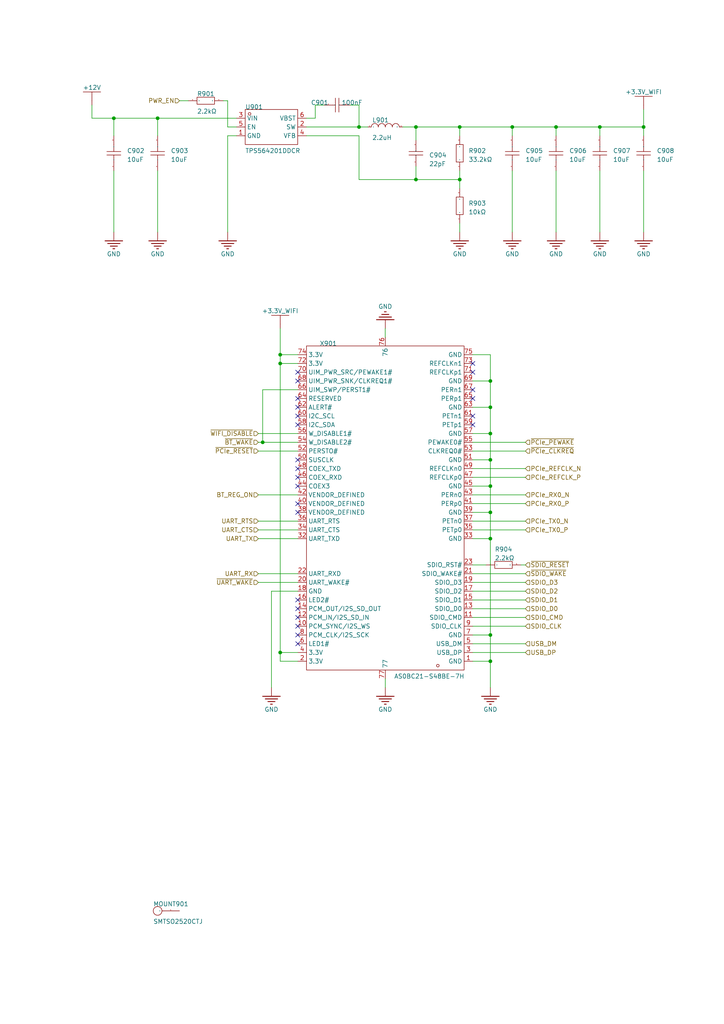
<source format=kicad_sch>
(kicad_sch (version 20250114) (generator "eeschema") (generator_version "9.0")
  (paper "A4" portrait)
  (lib_symbols
    (symbol "mainboard:0402B104K250NT"
      (property "Reference" "C" (at 0 0 0))
      (symbol "0402B104K250NT_1_0"
        (polyline (pts (xy -1.27 0) (xy -0.508 0)))
        (polyline (pts (xy -0.508 2.032) (xy -0.508 -2.032)))
        (polyline (pts (xy 0.508 2.032) (xy 0.508 -2.032)))
        (polyline (pts (xy 0.508 0) (xy 1.27 0)))
        (pin input line (at -3.81 0 0) (length 2.54) (name "1") (number "1"))
        (pin input line (at 3.81 0 180) (length 2.54) (name "2") (number "2"))
      )
    )
    (symbol "mainboard:0402CG220J500NT"
      (property "Reference" "C" (at 0 0 0))
      (symbol "0402CG220J500NT_1_0"
        (polyline (pts (xy -1.27 0) (xy -0.508 0)))
        (polyline (pts (xy -0.508 2.032) (xy -0.508 -2.032)))
        (polyline (pts (xy 0.508 2.032) (xy 0.508 -2.032)))
        (polyline (pts (xy 0.508 0) (xy 1.27 0)))
        (pin input line (at -3.81 0 0) (length 2.54) (name "1") (number "1"))
        (pin input line (at 3.81 0 180) (length 2.54) (name "2") (number "2"))
      )
    )
    (symbol "mainboard:0402WGF3322TCE"
      (property "Reference" "R" (at 0 0 0))
      (symbol "0402WGF3322TCE_1_0"
        (rectangle (start -2.54 -1.016) (end 2.54 1.016))
        (pin input line (at -5.08 0 0) (length 2.54) (name "1") (number "1"))
        (pin input line (at 5.08 0 180) (length 2.54) (name "2") (number "2"))
      )
    )
    (symbol "mainboard:AS0BC21-S48BE-7H"
      (symbol "AS0BC21-S48BE-7H_1_0"
        (rectangle (start -22.86 48.26) (end 22.86 -45.72))
        (circle (center 15.24 -44.45) (radius 0.381))
        (pin unspecified line (at -25.4 45.72 0) (length 2.54) (name "3.3V") (number "74"))
        (pin unspecified line (at -25.4 43.18 0) (length 2.54) (name "3.3V") (number "72"))
        (pin unspecified line (at -25.4 40.64 0) (length 2.54) (name "UIM_PWR_SRC/PEWAKE1#") (number "70"))
        (pin unspecified line (at -25.4 38.1 0) (length 2.54) (name "UIM_PWR_SNK/CLKREQ1#") (number "68"))
        (pin unspecified line (at -25.4 35.56 0) (length 2.54) (name "UIM_SWP/PERST1#") (number "66"))
        (pin unspecified line (at -25.4 33.02 0) (length 2.54) (name "RESERVED") (number "64"))
        (pin unspecified line (at -25.4 30.48 0) (length 2.54) (name "ALERT#") (number "62"))
        (pin unspecified line (at -25.4 27.94 0) (length 2.54) (name "I2C_SCL") (number "60"))
        (pin unspecified line (at -25.4 25.4 0) (length 2.54) (name "I2C_SDA") (number "58"))
        (pin unspecified line (at -25.4 22.86 0) (length 2.54) (name "W_DISABLE1#") (number "56"))
        (pin unspecified line (at -25.4 20.32 0) (length 2.54) (name "W_DISABLE2#") (number "54"))
        (pin unspecified line (at -25.4 17.78 0) (length 2.54) (name "PERSTO#") (number "52"))
        (pin unspecified line (at -25.4 15.2146 0) (length 2.54) (name "SUSCLK") (number "50"))
        (pin unspecified line (at -25.4 12.6746 0) (length 2.54) (name "COEX_TXD") (number "48"))
        (pin unspecified line (at -25.4 10.1346 0) (length 2.54) (name "COEX_RXD") (number "46"))
        (pin unspecified line (at -25.4 7.5946 0) (length 2.54) (name "COEX3") (number "44"))
        (pin unspecified line (at -25.4 5.0546 0) (length 2.54) (name "VENDOR_DEFINED") (number "42"))
        (pin unspecified line (at -25.4 2.5146 0) (length 2.54) (name "VENDOR_DEFINED") (number "40"))
        (pin unspecified line (at -25.4 0 0) (length 2.54) (name "VENDOR_DEFINED") (number "38"))
        (pin unspecified line (at -25.4 -2.54 0) (length 2.54) (name "UART_RTS") (number "36"))
        (pin unspecified line (at -25.4 -5.08 0) (length 2.54) (name "UART_CTS") (number "34"))
        (pin unspecified line (at -25.4 -7.62 0) (length 2.54) (name "UART_TXD") (number "32"))
        (pin unspecified line (at -25.4 -17.78 0) (length 2.54) (name "UART_RXD") (number "22"))
        (pin unspecified line (at -25.4 -20.32 0) (length 2.54) (name "UART_WAKE#") (number "20"))
        (pin unspecified line (at -25.4 -22.86 0) (length 2.54) (name "GND") (number "18"))
        (pin unspecified line (at -25.4 -25.4 0) (length 2.54) (name "LED2#") (number "16"))
        (pin unspecified line (at -25.4 -27.94 0) (length 2.54) (name "PCM_OUT/I2S_SD_OUT") (number "14"))
        (pin unspecified line (at -25.4 -30.48 0) (length 2.54) (name "PCM_IN/I2S_SD_IN") (number "12"))
        (pin unspecified line (at -25.4 -33.02 0) (length 2.54) (name "PCM_SYNC/I2S_WS") (number "10"))
        (pin unspecified line (at -25.4 -35.56 0) (length 2.54) (name "PCM_CLK/I2S_SCK") (number "8"))
        (pin unspecified line (at -25.3746 -38.1 0) (length 2.54) (name "LED1#") (number "6"))
        (pin unspecified line (at -25.3746 -40.64 0) (length 2.54) (name "3.3V") (number "4"))
        (pin unspecified line (at -25.3746 -43.18 0) (length 2.54) (name "3.3V") (number "2"))
        (pin unspecified line (at 0 50.8 270) (length 2.54) (name "76") (number "76"))
        (pin unspecified line (at 0 -48.26 90) (length 2.54) (name "77") (number "77"))
        (pin unspecified line (at 25.3746 45.72 180) (length 2.54) (name "GND") (number "75"))
        (pin unspecified line (at 25.3746 43.18 180) (length 2.54) (name "REFCLKn1") (number "73"))
        (pin unspecified line (at 25.3746 40.64 180) (length 2.54) (name "REFCLKp1") (number "71"))
        (pin unspecified line (at 25.3746 38.1 180) (length 2.54) (name "GND") (number "69"))
        (pin unspecified line (at 25.3746 35.56 180) (length 2.54) (name "PERn1") (number "67"))
        (pin unspecified line (at 25.3746 33.02 180) (length 2.54) (name "PERp1") (number "65"))
        (pin unspecified line (at 25.3746 30.48 180) (length 2.54) (name "GND") (number "63"))
        (pin unspecified line (at 25.3746 27.94 180) (length 2.54) (name "PETn1") (number "61"))
        (pin unspecified line (at 25.3746 25.4 180) (length 2.54) (name "PETp1") (number "59"))
        (pin unspecified line (at 25.3746 22.86 180) (length 2.54) (name "GND") (number "57"))
        (pin unspecified line (at 25.3746 20.32 180) (length 2.54) (name "PEWAKE0#") (number "55"))
        (pin unspecified line (at 25.3746 17.78 180) (length 2.54) (name "CLKREQ0#") (number "53"))
        (pin unspecified line (at 25.3746 15.24 180) (length 2.54) (name "GND") (number "51"))
        (pin unspecified line (at 25.3746 12.7 180) (length 2.54) (name "REFCLKn0") (number "49"))
        (pin unspecified line (at 25.3746 10.16 180) (length 2.54) (name "REFCLKp0") (number "47"))
        (pin unspecified line (at 25.3746 7.62 180) (length 2.54) (name "GND") (number "45"))
        (pin unspecified line (at 25.3746 5.08 180) (length 2.54) (name "PERn0") (number "43"))
        (pin unspecified line (at 25.3746 2.54 180) (length 2.54) (name "PERp0") (number "41"))
        (pin unspecified line (at 25.3746 0 180) (length 2.54) (name "GND") (number "39"))
        (pin unspecified line (at 25.3746 -2.5146 180) (length 2.54) (name "PETn0") (number "37"))
        (pin unspecified line (at 25.3746 -5.0546 180) (length 2.54) (name "PETp0") (number "35"))
        (pin unspecified line (at 25.3746 -7.5946 180) (length 2.54) (name "GND") (number "33"))
        (pin unspecified line (at 25.3746 -15.2146 180) (length 2.54) (name "SDIO_RST#") (number "23"))
        (pin unspecified line (at 25.3746 -17.78 180) (length 2.54) (name "SDIO_WAKE#") (number "21"))
        (pin unspecified line (at 25.3746 -20.32 180) (length 2.54) (name "SDIO_D3") (number "19"))
        (pin unspecified line (at 25.3746 -22.86 180) (length 2.54) (name "SDIO_D2") (number "17"))
        (pin unspecified line (at 25.3746 -25.4 180) (length 2.54) (name "SDIO_D1") (number "15"))
        (pin unspecified line (at 25.3746 -27.94 180) (length 2.54) (name "SDIO_D0") (number "13"))
        (pin unspecified line (at 25.3746 -30.48 180) (length 2.54) (name "SDIO_CMD") (number "11"))
        (pin unspecified line (at 25.3746 -33.02 180) (length 2.54) (name "SDIO_CLK") (number "9"))
        (pin unspecified line (at 25.3746 -35.56 180) (length 2.54) (name "GND") (number "7"))
        (pin unspecified line (at 25.4 -38.1 180) (length 2.54) (name "USB_DM") (number "5"))
        (pin unspecified line (at 25.4 -40.64 180) (length 2.54) (name "USB_DP") (number "3"))
        (pin unspecified line (at 25.4 -43.18 180) (length 2.54) (name "GND") (number "1"))
      )
    )
    (symbol "mainboard:CL10A106MA8NRNC"
      (property "Reference" "C" (at 0 0 0))
      (symbol "CL10A106MA8NRNC_1_0"
        (polyline (pts (xy -0.508 0) (xy -2.54 0)))
        (polyline (pts (xy -0.508 -2.032) (xy -0.508 2.032)))
        (polyline (pts (xy 0.508 2.032) (xy 0.508 -2.032)))
        (polyline (pts (xy 2.54 0) (xy 0.508 0)))
        (pin input line (at -5.08 0 0) (length 2.54) (name "1") (number "1"))
        (pin input line (at 5.08 0 180) (length 2.54) (name "2") (number "2"))
      )
    )
    (symbol "mainboard:FTC322512S2R2MBCD"
      (property "Reference" "L" (at 0 0 0))
      (symbol "FTC322512S2R2MBCD_1_0"
        (arc (start -4.064 0) (mid -3.0226 1.016) (end -2.032 0))
        (arc (start -2.032 0) (mid -0.9906 1.016) (end 0 0))
        (arc (start 0 0) (mid 1.016 1.016) (end 2.032 0))
        (arc (start 2.032 0) (mid 3.048 1.016) (end 4.064 0))
        (pin unspecified line (at -5.08 0 0) (length 1.016) (name "1") (number "1"))
        (pin unspecified line (at 5.08 0 180) (length 1.016) (name "2") (number "2"))
      )
    )
    (symbol "mainboard:Ground-GND" (power) (pin_numbers (hide yes)) (pin_names (hide yes))
      (property "Value" "GND" (at 0 -6.35 0))
      (symbol "Ground-GND_1_0"
        (polyline (pts (xy -2.54 -2.54) (xy 2.54 -2.54)) (stroke (width 0.254)))
        (polyline (pts (xy -1.778 -3.302) (xy 1.778 -3.302)) (stroke (width 0.254)))
        (polyline (pts (xy -1.016 -4.064) (xy 1.016 -4.064)) (stroke (width 0.254)))
        (polyline (pts (xy -0.254 -4.826) (xy 0.254 -4.826)) (stroke (width 0.254)))
        (pin power_in line (at 0 0 270) (length 2.54) (name "") (number "1"))
      )
    )
    (symbol "mainboard:Power-5V" (power) (pin_numbers (hide yes)) (pin_names (hide yes))
      (symbol "Power-5V_1_0"
        (polyline (pts (xy -2.54 3.81) (xy 2.54 3.81)))
        (polyline (pts (xy 0 3.81) (xy 0 1.27)))
        (pin power_in line (at 0 0 90) (length 1.27) (name "+3.3V_WIFI") (number "1"))
      )
    )
    (symbol "mainboard:RC0402FR-0710KL"
      (property "Reference" "R" (at 0 0 0))
      (symbol "RC0402FR-0710KL_1_0"
        (rectangle (start -2.54 -1.016) (end 2.54 1.016))
        (pin input line (at -5.08 0 0) (length 2.54) (name "1") (number "1"))
        (pin input line (at 5.08 0 180) (length 2.54) (name "2") (number "2"))
      )
    )
    (symbol "mainboard:RC0402FR-072K2L"
      (property "Reference" "R" (at 0 0 0))
      (symbol "RC0402FR-072K2L_1_0"
        (rectangle (start -2.54 -1.016) (end 2.54 1.016))
        (pin input line (at -5.08 0 0) (length 2.54) (name "1") (number "1"))
        (pin input line (at 5.08 0 180) (length 2.54) (name "2") (number "2"))
      )
    )
    (symbol "mainboard:SMTSO2520CTJ"
      (property "Reference" "U" (at 0 0 0))
      (symbol "SMTSO2520CTJ_1_0"
        (circle (center 0 0) (radius 1.27))
        (pin input line (at 6.35 0 180) (length 5.08) (name "1") (number "1"))
      )
    )
    (symbol "mainboard:TPS564201DDCR"
      (symbol "TPS564201DDCR_1_0"
        (rectangle (start -7.62 -5.08) (end 7.62 5.08))
        (circle (center -6.35 3.81) (radius 0.381))
        (pin unspecified line (at -10.16 2.54 0) (length 2.54) (name "VIN") (number "3"))
        (pin unspecified line (at -10.16 0 0) (length 2.54) (name "EN") (number "5"))
        (pin unspecified line (at -10.16 -2.54 0) (length 2.54) (name "GND") (number "1"))
        (pin unspecified line (at 10.16 2.54 180) (length 2.54) (name "VBST") (number "6"))
        (pin unspecified line (at 10.16 0 180) (length 2.54) (name "SW") (number "2"))
        (pin unspecified line (at 10.16 -2.54 180) (length 2.54) (name "VFB") (number "4"))
      )
    )
  )
  (junction (at 142.24 156.21))
  (junction (at 142.24 118.11))
  (junction (at 133.35 52.07))
  (junction (at 81.28 102.87))
  (junction (at 142.24 184.15))
  (junction (at 173.99 36.83))
  (junction (at 142.24 148.59))
  (junction (at 120.65 52.07))
  (junction (at 104.14 36.83))
  (junction (at 133.35 36.83))
  (junction (at 186.69 36.83))
  (junction (at 148.59 36.83))
  (junction (at 142.24 125.73))
  (junction (at 33.02 34.29))
  (junction (at 142.24 191.77))
  (junction (at 142.24 133.35))
  (junction (at 142.24 110.49))
  (junction (at 120.65 36.83))
  (junction (at 81.28 189.23))
  (junction (at 81.28 105.41))
  (junction (at 76.2 128.27))
  (junction (at 161.29 36.83))
  (junction (at 45.72 34.29))
  (junction (at 142.24 140.97))
  (no_connect (at 86.36 110.49))
  (no_connect (at 86.36 115.57))
  (no_connect (at 86.36 107.95))
  (no_connect (at 137.1346 120.65))
  (no_connect (at 86.36 176.53))
  (no_connect (at 86.36 140.9954))
  (no_connect (at 137.1346 115.57))
  (no_connect (at 86.36 146.0754))
  (no_connect (at 86.36 173.99))
  (no_connect (at 86.36 120.65))
  (no_connect (at 137.1346 113.03))
  (no_connect (at 86.36 138.4554))
  (no_connect (at 86.36 118.11))
  (no_connect (at 86.36 179.07))
  (no_connect (at 86.36 181.61))
  (no_connect (at 137.1346 107.95))
  (no_connect (at 86.36 148.59))
  (no_connect (at 86.36 135.9154))
  (no_connect (at 86.36 123.19))
  (no_connect (at 137.1346 105.41))
  (no_connect (at 86.36 184.15))
  (no_connect (at 86.3854 186.69))
  (no_connect (at 137.1346 123.19))
  (no_connect (at 86.36 133.3754))
  (wire (pts (xy 152.4 179.07) (xy 137.16 179.07)))
  (wire (pts (xy 148.59 36.83) (xy 133.35 36.83)))
  (wire (pts (xy 66.04 29.21) (xy 66.04 36.83)))
  (wire (pts (xy 152.4 173.99) (xy 137.16 173.99)))
  (wire (pts (xy 142.24 140.97) (xy 137.1346 140.97)))
  (wire (pts (xy 74.93 130.81) (xy 86.3346 130.81)))
  (wire (pts (xy 74.93 156.21) (xy 86.36 156.21)))
  (wire (pts (xy 111.76 196.85) (xy 111.76 199.39)))
  (wire (pts (xy 142.24 191.77) (xy 142.24 184.15)))
  (wire (pts (xy 152.4 176.53) (xy 137.16 176.53)))
  (wire (pts (xy 86.3346 128.27) (xy 76.2 128.27)))
  (wire (pts (xy 148.59 67.31) (xy 148.59 49.53)))
  (wire (pts (xy 81.28 189.23) (xy 81.28 191.77)))
  (wire (pts (xy 186.69 36.83) (xy 186.69 39.37)))
  (wire (pts (xy 142.24 125.73) (xy 142.24 118.11)))
  (wire (pts (xy 81.28 102.87) (xy 81.28 105.41)))
  (wire (pts (xy 74.93 151.13) (xy 86.36 151.13)))
  (wire (pts (xy 173.99 36.83) (xy 186.69 36.83)))
  (wire (pts (xy 86.3346 105.41) (xy 81.28 105.41)))
  (wire (pts (xy 74.93 153.67) (xy 86.36 153.67)))
  (wire (pts (xy 161.29 36.83) (xy 161.29 39.37)))
  (wire (pts (xy 74.93 125.73) (xy 86.36 125.73)))
  (wire (pts (xy 152.4 163.83) (xy 151.13 163.83)))
  (wire (pts (xy 76.2 128.27) (xy 76.2 113.03)))
  (wire (pts (xy 45.72 34.29) (xy 45.72 39.37)))
  (wire (pts (xy 74.93 168.91) (xy 86.36 168.91)))
  (wire (pts (xy 152.4 151.13) (xy 137.16 151.13)))
  (wire (pts (xy 148.59 36.83) (xy 148.59 39.37)))
  (wire (pts (xy 142.24 184.15) (xy 142.24 156.21)))
  (wire (pts (xy 133.35 36.83) (xy 133.35 39.37)))
  (wire (pts (xy 74.93 166.37) (xy 86.36 166.37)))
  (wire (pts (xy 33.02 34.29) (xy 26.67 34.29)))
  (wire (pts (xy 152.4 130.81) (xy 137.1346 130.81)))
  (wire (pts (xy 88.9 36.83) (xy 104.14 36.83)))
  (wire (pts (xy 152.4 171.45) (xy 137.16 171.45)))
  (wire (pts (xy 152.4 143.51) (xy 137.1346 143.51)))
  (wire (pts (xy 68.58 39.37) (xy 66.04 39.37)))
  (wire (pts (xy 120.65 52.07) (xy 104.14 52.07)))
  (wire (pts (xy 66.04 29.21) (xy 64.77 29.21)))
  (wire (pts (xy 152.4 166.37) (xy 137.16 166.37)))
  (wire (pts (xy 142.24 156.21) (xy 142.24 148.59)))
  (wire (pts (xy 74.93 143.51) (xy 86.3346 143.51)))
  (wire (pts (xy 91.44 34.29) (xy 88.9 34.29)))
  (wire (pts (xy 120.65 36.83) (xy 120.65 40.64)))
  (wire (pts (xy 152.4 186.69) (xy 137.16 186.69)))
  (wire (pts (xy 142.24 102.87) (xy 137.16 102.87)))
  (wire (pts (xy 33.02 34.29) (xy 33.02 39.37)))
  (wire (pts (xy 91.44 30.48) (xy 91.44 34.29)))
  (wire (pts (xy 142.24 148.59) (xy 142.24 140.97)))
  (wire (pts (xy 45.72 34.29) (xy 33.02 34.29)))
  (wire (pts (xy 133.35 52.07) (xy 133.35 49.53)))
  (wire (pts (xy 133.35 52.07) (xy 133.35 54.61)))
  (wire (pts (xy 45.72 67.31) (xy 45.72 49.53)))
  (wire (pts (xy 81.28 95.25) (xy 81.28 102.87)))
  (wire (pts (xy 161.29 67.31) (xy 161.29 49.53)))
  (wire (pts (xy 142.24 199.39) (xy 142.24 191.77)))
  (wire (pts (xy 161.29 36.83) (xy 148.59 36.83)))
  (wire (pts (xy 133.35 67.31) (xy 133.35 64.77)))
  (wire (pts (xy 152.4 135.89) (xy 137.1346 135.89)))
  (wire (pts (xy 142.24 140.97) (xy 142.24 133.35)))
  (wire (pts (xy 133.35 36.83) (xy 120.65 36.83)))
  (wire (pts (xy 86.3346 113.03) (xy 76.2 113.03)))
  (wire (pts (xy 33.02 67.31) (xy 33.02 49.53)))
  (wire (pts (xy 142.24 184.15) (xy 137.16 184.15)))
  (wire (pts (xy 142.24 133.35) (xy 137.1346 133.35)))
  (wire (pts (xy 152.4 189.23) (xy 137.16 189.23)))
  (wire (pts (xy 81.28 102.87) (xy 86.3346 102.87)))
  (wire (pts (xy 101.6 30.48) (xy 104.14 30.48)))
  (wire (pts (xy 86.36 189.23) (xy 81.28 189.23)))
  (wire (pts (xy 142.24 148.59) (xy 137.16 148.59)))
  (wire (pts (xy 142.24 118.11) (xy 137.1346 118.11)))
  (wire (pts (xy 81.28 105.41) (xy 81.28 189.23)))
  (wire (pts (xy 26.67 30.48) (xy 26.67 34.29)))
  (wire (pts (xy 52.07 29.21) (xy 54.61 29.21)))
  (wire (pts (xy 173.99 67.31) (xy 173.99 49.53)))
  (wire (pts (xy 142.24 133.35) (xy 142.24 125.73)))
  (wire (pts (xy 86.36 191.77) (xy 81.28 191.77)))
  (wire (pts (xy 74.93 128.27) (xy 76.2 128.27)))
  (wire (pts (xy 88.9 39.37) (xy 104.14 39.37)))
  (wire (pts (xy 120.65 52.07) (xy 133.35 52.07)))
  (wire (pts (xy 152.4 138.43) (xy 137.1346 138.43)))
  (wire (pts (xy 68.58 36.83) (xy 66.04 36.83)))
  (wire (pts (xy 186.69 67.31) (xy 186.69 49.53)))
  (wire (pts (xy 173.99 36.83) (xy 161.29 36.83)))
  (wire (pts (xy 104.14 36.83) (xy 106.68 36.83)))
  (wire (pts (xy 152.4 146.05) (xy 137.1346 146.05)))
  (wire (pts (xy 186.69 31.75) (xy 186.69 36.83)))
  (wire (pts (xy 137.16 163.83) (xy 140.97 163.83)))
  (wire (pts (xy 104.14 39.37) (xy 104.14 52.07)))
  (wire (pts (xy 142.24 156.21) (xy 137.16 156.21)))
  (wire (pts (xy 111.7346 95.25) (xy 111.7346 97.79)))
  (wire (pts (xy 45.72 34.29) (xy 68.58 34.29)))
  (wire (pts (xy 152.4 128.27) (xy 137.1346 128.27)))
  (wire (pts (xy 66.04 39.37) (xy 66.04 67.31)))
  (wire (pts (xy 104.14 30.48) (xy 104.14 36.83)))
  (wire (pts (xy 173.99 36.83) (xy 173.99 39.37)))
  (wire (pts (xy 120.65 36.83) (xy 116.84 36.83)))
  (wire (pts (xy 78.74 199.39) (xy 78.74 171.45)))
  (wire (pts (xy 78.74 171.45) (xy 86.36 171.45)))
  (wire (pts (xy 152.4 168.91) (xy 137.16 168.91)))
  (wire (pts (xy 152.4 181.61) (xy 137.16 181.61)))
  (wire (pts (xy 142.24 110.49) (xy 142.24 102.87)))
  (wire (pts (xy 152.4 153.67) (xy 137.16 153.67)))
  (wire (pts (xy 142.24 125.73) (xy 137.1346 125.73)))
  (wire (pts (xy 142.24 191.77) (xy 137.16 191.77)))
  (wire (pts (xy 142.24 110.49) (xy 137.1346 110.49)))
  (wire (pts (xy 142.24 118.11) (xy 142.24 110.49)))
  (wire (pts (xy 93.98 30.48) (xy 91.44 30.48)))
  (wire (pts (xy 120.65 52.07) (xy 120.65 48.26)))
  (hierarchical_label "SDIO_D2" (shape input) (at 152.4 171.45 0))
  (hierarchical_label "~{BT_WAKE}" (shape input) (at 74.93 128.27 180))
  (hierarchical_label "~{WIFI_DISABLE}" (shape input) (at 74.93 125.73 180))
  (hierarchical_label "~{UART_WAKE}" (shape input) (at 74.93 168.91 180))
  (hierarchical_label "PWR_EN" (shape input) (at 52.07 29.21 180))
  (hierarchical_label "SDIO_D1" (shape input) (at 152.4 173.99 0))
  (hierarchical_label "UART_RX" (shape input) (at 74.93 166.37 180))
  (hierarchical_label "PCIe_RX0_N" (shape input) (at 152.4 143.51 0))
  (hierarchical_label "SDIO_CMD" (shape input) (at 152.4 179.07 0))
  (hierarchical_label "~{PCIe_RESET}" (shape input) (at 74.93 130.81 180))
  (hierarchical_label "~{SDIO_WAKE}" (shape input) (at 152.4 166.37 0))
  (hierarchical_label "SDIO_D0" (shape input) (at 152.4 176.53 0))
  (hierarchical_label "PCIe_TX0_N" (shape input) (at 152.4 151.13 0))
  (hierarchical_label "PCIe_TX0_P" (shape input) (at 152.4 153.67 0))
  (hierarchical_label "BT_REG_ON" (shape input) (at 74.93 143.51 180))
  (hierarchical_label "~{PCIe_CLKREQ}" (shape input) (at 152.4 130.81 0))
  (hierarchical_label "SDIO_CLK" (shape input) (at 152.4 181.61 0))
  (hierarchical_label "USB_DP" (shape input) (at 152.4 189.23 0))
  (hierarchical_label "UART_CTS" (shape input) (at 74.93 153.67 180))
  (hierarchical_label "~{PCIe_PEWAKE}" (shape input) (at 152.4 128.27 0))
  (hierarchical_label "PCIe_REFCLK_P" (shape input) (at 152.4 138.43 0))
  (hierarchical_label "PCIe_RX0_P" (shape input) (at 152.4 146.05 0))
  (hierarchical_label "~{SDIO_RESET}" (shape input) (at 152.4 163.83 0))
  (hierarchical_label "USB_DM" (shape input) (at 152.4 186.69 0))
  (hierarchical_label "SDIO_D3" (shape input) (at 152.4 168.91 0))
  (hierarchical_label "UART_RTS" (shape input) (at 74.93 151.13 180))
  (hierarchical_label "UART_TX" (shape input) (at 74.93 156.21 180))
  (hierarchical_label "PCIe_REFCLK_N" (shape input) (at 152.4 135.89 0))
  (symbol (lib_id "mainboard:CL10A106MA8NRNC") (at 148.59 44.45 90) (unit 1)
    (property "Reference" "C905" (at 152.4 44.45 90) (effects (justify right top)))
    (property "Value" "10uF" (at 152.4 46.99 90) (effects (justify right top)))
    (property "Footprint" "mainboard:C0603" (effects (hide yes)))
    (property "Datasheet" "https://atta.szlcsc.com/upload/public/pdf/source/20160218/1457707763339.pdf" (effects (hide yes)))
    (property "Description" "Capacitance: Tolerance:±20% Tolerance:±20% Voltage Rated: Temperature Coefficient:" (effects (hide yes)))
    (property "Manufacturer Part" "CL10A106MA8NRNC" (effects (hide yes)))
    (property "Manufacturer" "SAMSUNG(三星)" (effects (hide yes)))
    (property "Supplier Part" "C96446" (effects (hide yes)))
    (property "Supplier" "LCSC" (effects (hide yes)))
    (property "LCSC Part Name" "10uF ±20% 25V" (effects (hide yes)))
  )
  (symbol (lib_id "mainboard:CL10A106MA8NRNC") (at 186.69 44.45 90) (unit 1)
    (property "Reference" "C908" (at 190.5 44.45 90) (effects (justify right top)))
    (property "Value" "10uF" (at 190.5 46.99 90) (effects (justify right top)))
    (property "Footprint" "mainboard:C0603" (effects (hide yes)))
    (property "Datasheet" "https://atta.szlcsc.com/upload/public/pdf/source/20160218/1457707763339.pdf" (effects (hide yes)))
    (property "Description" "Capacitance: Tolerance:±20% Tolerance:±20% Voltage Rated: Temperature Coefficient:" (effects (hide yes)))
    (property "Manufacturer Part" "CL10A106MA8NRNC" (effects (hide yes)))
    (property "Manufacturer" "SAMSUNG(三星)" (effects (hide yes)))
    (property "Supplier Part" "C96446" (effects (hide yes)))
    (property "Supplier" "LCSC" (effects (hide yes)))
    (property "LCSC Part Name" "10uF ±20% 25V" (effects (hide yes)))
  )
  (symbol (lib_id "mainboard:Ground-GND") (at 111.76 199.39 0) (unit 1)
    (property "Reference" "#PWR0914" (effects (hide yes)))
    (property "Value" "GND" (at 111.76 205.74 0))
    (property "Footprint" "mainboard:" (effects (hide yes)))
  )
  (symbol (lib_id "mainboard:TPS564201DDCR") (at 78.74 36.83 0) (unit 1)
    (property "Reference" "U901" (at 71.12 31.75 0) (effects (justify left bottom)))
    (property "Value" "TPS564201DDCR" (at 71.12 44.45 0) (effects (justify left bottom)))
    (property "Footprint" "mainboard:SOT-23-6_L2.9-W1.6-P0.95-LS2.8-BL" (effects (hide yes)))
    (property "Datasheet" "https://www.ti.com/cn/lit/gpn/tps564201" (effects (hide yes)))
    (property "Description" "Function:Step-down type Output Type:Adjustable Input Voltage:4.5V~17V Input Voltage:4.5V~17V Output Voltage:760mV~7V Output Voltage:760mV~7V Output Current:4A Switching Frequency:560kHz Switching Frequency:560kHz Operating Temperature:-40°C~+125°C Operating" (effects (hide yes)))
    (property "Manufacturer Part" "TPS564201DDCR" (effects (hide yes)))
    (property "Manufacturer" "TI(德州仪器)" (effects (hide yes)))
    (property "Supplier Part" "C464812" (effects (hide yes)))
    (property "Supplier" "LCSC" (effects (hide yes)))
    (property "LCSC Part Name" "4.5V至17V输入，4A同步降压电压调节器" (effects (hide yes)))
  )
  (symbol (lib_id "mainboard:RC0402FR-072K2L") (at 146.05 163.83 0) (unit 1)
    (property "Reference" "R904" (at 143.51 160.02 0) (effects (justify left bottom)))
    (property "Value" "2.2kΩ" (at 143.51 162.56 0) (effects (justify left bottom)))
    (property "Footprint" "mainboard:R0402" (effects (hide yes)))
    (property "Datasheet" "https://atta.szlcsc.com/upload/public/pdf/source/20180821/C275644_0D56F95EFF785E7D9A1FEF436B37DA78.pdf" (effects (hide yes)))
    (property "Description" "Type:Thick Film Resistors Resistance: Tolerance:±1% Tolerance:±1% Power(Watts): Overload Voltage (Max): Temperature Coefficient:±100ppm/°C Temperature Coefficient:±100ppm/°C Operating Temperature Range:-55°C~+155°C Operating Temperature Range:-55°C~+155°C" (effects (hide yes)))
    (property "Manufacturer Part" "RC0402FR-072K2L" (effects (hide yes)))
    (property "Manufacturer" "YAGEO(国巨)" (effects (hide yes)))
    (property "Supplier Part" "C114762" (effects (hide yes)))
    (property "Supplier" "LCSC" (effects (hide yes)))
    (property "LCSC Part Name" "厚膜电阻 2.2kΩ ±1% 62.5mW" (effects (hide yes)))
  )
  (symbol (lib_id "mainboard:RC0402FR-072K2L") (at 59.69 29.21 0) (unit 1)
    (property "Reference" "R901" (at 57.15 27.94 0) (effects (justify left bottom)))
    (property "Value" "2.2kΩ" (at 57.15 33.02 0) (effects (justify left bottom)))
    (property "Footprint" "mainboard:R0402" (effects (hide yes)))
    (property "Datasheet" "https://atta.szlcsc.com/upload/public/pdf/source/20180821/C275644_0D56F95EFF785E7D9A1FEF436B37DA78.pdf" (effects (hide yes)))
    (property "Description" "Type:Thick Film Resistors Resistance: Tolerance:±1% Tolerance:±1% Power(Watts): Overload Voltage (Max): Temperature Coefficient:±100ppm/°C Temperature Coefficient:±100ppm/°C Operating Temperature Range:-55°C~+155°C Operating Temperature Range:-55°C~+155°C" (effects (hide yes)))
    (property "Manufacturer Part" "RC0402FR-072K2L" (effects (hide yes)))
    (property "Manufacturer" "YAGEO(国巨)" (effects (hide yes)))
    (property "Supplier Part" "C114762" (effects (hide yes)))
    (property "Supplier" "LCSC" (effects (hide yes)))
    (property "LCSC Part Name" "厚膜电阻 2.2kΩ ±1% 62.5mW" (effects (hide yes)))
  )
  (symbol (lib_id "mainboard:RC0402FR-0710KL") (at 133.35 59.69 90) (unit 1)
    (property "Reference" "R903" (at 135.89 59.69 90) (effects (justify right top)))
    (property "Value" "10kΩ" (at 135.89 62.23 90) (effects (justify right top)))
    (property "Footprint" "mainboard:R0402" (effects (hide yes)))
    (property "Datasheet" "https://atta.szlcsc.com/upload/public/pdf/source/20170925/C131467_1506321478108990263.pdf" (effects (hide yes)))
    (property "Description" "Type:Thick Film Resistors Resistance: Tolerance:±1% Tolerance:±1% Power(Watts): Overload Voltage (Max): Temperature Coefficient:±100ppm/°C Temperature Coefficient:±100ppm/°C Operating Temperature Range:-55°C~+155°C Operating Temperature Range:-55°C~+155°C" (effects (hide yes)))
    (property "Manufacturer Part" "RC0402FR-0710KL" (effects (hide yes)))
    (property "Manufacturer" "YAGEO(国巨)" (effects (hide yes)))
    (property "Supplier Part" "C60490" (effects (hide yes)))
    (property "Supplier" "LCSC" (effects (hide yes)))
    (property "LCSC Part Name" "厚膜电阻 10kΩ ±1% 62.5mW" (effects (hide yes)))
  )
  (symbol (lib_id "mainboard:Ground-GND") (at 161.29 67.31 0) (unit 1)
    (property "Reference" "#PWR0908" (effects (hide yes)))
    (property "Value" "GND" (at 161.29 73.66 0))
    (property "Footprint" "mainboard:" (effects (hide yes)))
  )
  (symbol (lib_id "mainboard:0402CG220J500NT") (at 120.65 44.45 90) (unit 1)
    (property "Reference" "C904" (at 124.46 45.72 90) (effects (justify right top)))
    (property "Value" "22pF" (at 124.46 48.26 90) (effects (justify right top)))
    (property "Footprint" "mainboard:C0402" (effects (hide yes)))
    (property "Datasheet" "https://atta.szlcsc.com/upload/public/pdf/source/20200305/C486355_26A10D38EF8C2A5C37091D0039909270.pdf" (effects (hide yes)))
    (property "Description" "Capacitance: Tolerance:±5% Tolerance:±5% Voltage Rated: Temperature Coefficient:" (effects (hide yes)))
    (property "Manufacturer Part" "0402CG220J500NT" (effects (hide yes)))
    (property "Manufacturer" "FH(风华)" (effects (hide yes)))
    (property "Supplier Part" "C1555" (effects (hide yes)))
    (property "Supplier" "LCSC" (effects (hide yes)))
    (property "LCSC Part Name" "22pF ±5% 50V" (effects (hide yes)))
  )
  (symbol (lib_id "mainboard:0402B104K250NT") (at 97.79 30.48 0) (unit 1)
    (property "Reference" "C901" (at 90.17 30.48 0) (effects (justify left bottom)))
    (property "Value" "100nF" (at 99.06 30.48 0) (effects (justify left bottom)))
    (property "Footprint" "mainboard:C0402" (effects (hide yes)))
    (property "Datasheet" "https://atta.szlcsc.com/upload/public/pdf/source/20200305/C486355_26A10D38EF8C2A5C37091D0039909270.pdf" (effects (hide yes)))
    (property "Description" "Capacitance:100nF Tolerance:±10% Tolerance:±10% Voltage Rated: Temperature Coefficient:" (effects (hide yes)))
    (property "Manufacturer Part" "0402B104K250NT" (effects (hide yes)))
    (property "Manufacturer" "FH(风华)" (effects (hide yes)))
    (property "Supplier Part" "C56392" (effects (hide yes)))
    (property "Supplier" "LCSC" (effects (hide yes)))
    (property "LCSC Part Name" "100nF ±10% 25V" (effects (hide yes)))
  )
  (symbol (lib_id "mainboard:Power-5V") (at 81.28 95.25 0) (unit 1)
    (property "Reference" "#PWR0911" (effects (hide yes)))
    (property "Value" "+3.3V_WIFI" (at 81.28 90.17 0))
    (property "Footprint" "mainboard:" (effects (hide yes)))
    (property "Description" "Power-5V" (effects (hide yes)))
  )
  (symbol (lib_id "mainboard:CL10A106MA8NRNC") (at 45.72 44.45 90) (unit 1)
    (property "Reference" "C903" (at 49.53 44.45 90) (effects (justify right top)))
    (property "Value" "10uF" (at 49.53 46.99 90) (effects (justify right top)))
    (property "Footprint" "mainboard:C0603" (effects (hide yes)))
    (property "Datasheet" "https://atta.szlcsc.com/upload/public/pdf/source/20160218/1457707763339.pdf" (effects (hide yes)))
    (property "Description" "Capacitance: Tolerance:±20% Tolerance:±20% Voltage Rated: Temperature Coefficient:" (effects (hide yes)))
    (property "Manufacturer Part" "CL10A106MA8NRNC" (effects (hide yes)))
    (property "Manufacturer" "SAMSUNG(三星)" (effects (hide yes)))
    (property "Supplier Part" "C96446" (effects (hide yes)))
    (property "Supplier" "LCSC" (effects (hide yes)))
    (property "LCSC Part Name" "10uF ±20% 25V" (effects (hide yes)))
  )
  (symbol (lib_id "mainboard:CL10A106MA8NRNC") (at 33.02 44.45 90) (unit 1)
    (property "Reference" "C902" (at 36.83 44.45 90) (effects (justify right top)))
    (property "Value" "10uF" (at 36.83 46.99 90) (effects (justify right top)))
    (property "Footprint" "mainboard:C0603" (effects (hide yes)))
    (property "Datasheet" "https://atta.szlcsc.com/upload/public/pdf/source/20160218/1457707763339.pdf" (effects (hide yes)))
    (property "Description" "Capacitance: Tolerance:±20% Tolerance:±20% Voltage Rated: Temperature Coefficient:" (effects (hide yes)))
    (property "Manufacturer Part" "CL10A106MA8NRNC" (effects (hide yes)))
    (property "Manufacturer" "SAMSUNG(三星)" (effects (hide yes)))
    (property "Supplier Part" "C96446" (effects (hide yes)))
    (property "Supplier" "LCSC" (effects (hide yes)))
    (property "LCSC Part Name" "10uF ±20% 25V" (effects (hide yes)))
  )
  (symbol (lib_id "mainboard:AS0BC21-S48BE-7H") (at 111.76 148.59 0) (unit 1)
    (property "Reference" "X901" (at 92.71 100.33 0) (effects (justify left bottom)))
    (property "Value" "AS0BC21-S48BE-7H" (at 114.3 196.85 0) (effects (justify left bottom)))
    (property "Footprint" "mainboard:CONN-SMD_AS0BC21-S48BE-7H" (effects (hide yes)))
    (property "Datasheet" "https://atta.szlcsc.com/upload/public/pdf/source/20210401/C2761457_01DCCE5A607924AFB2092EC3235A2DFB.pdf" (effects (hide yes)))
    (property "Manufacturer Part" "AS0BC21-S48BE-7H" (effects (hide yes)))
    (property "Manufacturer" "FOXCONN(富士康)" (effects (hide yes)))
    (property "Supplier Part" "C2761457" (effects (hide yes)))
    (property "Supplier" "LCSC" (effects (hide yes)))
    (property "LCSC Part Name" "AS0BC21-S48BE-7H" (effects (hide yes)))
  )
  (symbol (lib_id "mainboard:Ground-GND") (at 66.04 67.31 0) (unit 1)
    (property "Reference" "#PWR0905" (effects (hide yes)))
    (property "Value" "GND" (at 66.04 73.66 0))
    (property "Footprint" "mainboard:" (effects (hide yes)))
  )
  (symbol (lib_id "mainboard:Ground-GND") (at 148.59 67.31 0) (unit 1)
    (property "Reference" "#PWR0907" (effects (hide yes)))
    (property "Value" "GND" (at 148.59 73.66 0))
    (property "Footprint" "mainboard:" (effects (hide yes)))
  )
  (symbol (lib_id "mainboard:Ground-GND") (at 78.74 199.39 0) (unit 1)
    (property "Reference" "#PWR0913" (effects (hide yes)))
    (property "Value" "GND" (at 78.74 205.74 0))
    (property "Footprint" "mainboard:" (effects (hide yes)))
  )
  (symbol (lib_id "mainboard:Ground-GND") (at 186.69 67.31 0) (unit 1)
    (property "Reference" "#PWR0910" (effects (hide yes)))
    (property "Value" "GND" (at 186.69 73.66 0))
    (property "Footprint" "mainboard:" (effects (hide yes)))
  )
  (symbol (lib_id "mainboard:Ground-GND") (at 33.02 67.31 0) (unit 1)
    (property "Reference" "#PWR0903" (effects (hide yes)))
    (property "Value" "GND" (at 33.02 73.66 0))
    (property "Footprint" "mainboard:" (effects (hide yes)))
  )
  (symbol (lib_id "mainboard:0402WGF3322TCE") (at 133.35 44.45 90) (unit 1)
    (property "Reference" "R902" (at 135.89 44.45 90) (effects (justify right top)))
    (property "Value" "33.2kΩ" (at 135.89 46.99 90) (effects (justify right top)))
    (property "Footprint" "mainboard:R0402" (effects (hide yes)))
    (property "Datasheet" "https://atta.szlcsc.com/upload/public/pdf/source/20200306/C422600_1E6D84923E4A46A82E41ADD87F860B5C.pdf" (effects (hide yes)))
    (property "Description" "Type:Thick Film Resistors Resistance:33.2kΩ Tolerance:±1% Tolerance:±1% Power(Watts): Overload Voltage (Max): Temperature Coefficient:±100ppm/°C Temperature Coefficient:±100ppm/°C Operating Temperature Range:-55°C~+155°C Operating Temperature Range:-55°C~+155°C" (effects (hide yes)))
    (property "Manufacturer Part" "0402WGF3322TCE" (effects (hide yes)))
    (property "Manufacturer" "UNI-ROYAL(厚声)" (effects (hide yes)))
    (property "Supplier Part" "C122548" (effects (hide yes)))
    (property "Supplier" "LCSC" (effects (hide yes)))
    (property "LCSC Part Name" "33.2kΩ ±1% 62.5mW 厚膜电阻" (effects (hide yes)))
  )
  (symbol (lib_id "mainboard:Ground-GND") (at 173.99 67.31 0) (unit 1)
    (property "Reference" "#PWR0909" (effects (hide yes)))
    (property "Value" "GND" (at 173.99 73.66 0))
    (property "Footprint" "mainboard:" (effects (hide yes)))
  )
  (symbol (lib_id "mainboard:Power-5V") (at 26.67 30.48 0) (unit 1)
    (property "Reference" "#PWR0901" (effects (hide yes)))
    (property "Value" "+12V" (at 26.67 25.4 0))
    (property "Footprint" "mainboard:" (effects (hide yes)))
    (property "Description" "Power-5V" (effects (hide yes)))
  )
  (symbol (lib_id "mainboard:CL10A106MA8NRNC") (at 173.99 44.45 90) (unit 1)
    (property "Reference" "C907" (at 177.8 44.45 90) (effects (justify right top)))
    (property "Value" "10uF" (at 177.8 46.99 90) (effects (justify right top)))
    (property "Footprint" "mainboard:C0603" (effects (hide yes)))
    (property "Datasheet" "https://atta.szlcsc.com/upload/public/pdf/source/20160218/1457707763339.pdf" (effects (hide yes)))
    (property "Description" "Capacitance: Tolerance:±20% Tolerance:±20% Voltage Rated: Temperature Coefficient:" (effects (hide yes)))
    (property "Manufacturer Part" "CL10A106MA8NRNC" (effects (hide yes)))
    (property "Manufacturer" "SAMSUNG(三星)" (effects (hide yes)))
    (property "Supplier Part" "C96446" (effects (hide yes)))
    (property "Supplier" "LCSC" (effects (hide yes)))
    (property "LCSC Part Name" "10uF ±20% 25V" (effects (hide yes)))
  )
  (symbol (lib_id "mainboard:Ground-GND") (at 133.35 67.31 0) (unit 1)
    (property "Reference" "#PWR0906" (effects (hide yes)))
    (property "Value" "GND" (at 133.35 73.66 0))
    (property "Footprint" "mainboard:" (effects (hide yes)))
  )
  (symbol (lib_id "mainboard:Ground-GND") (at 142.24 199.39 0) (unit 1)
    (property "Reference" "#PWR0915" (effects (hide yes)))
    (property "Value" "GND" (at 142.24 205.74 0))
    (property "Footprint" "mainboard:" (effects (hide yes)))
  )
  (symbol (lib_id "mainboard:Ground-GND") (at 111.76 95.25 180) (unit 1)
    (property "Reference" "#PWR0912" (effects (hide yes)))
    (property "Value" "GND" (at 111.76 88.9 0))
    (property "Footprint" "mainboard:" (effects (hide yes)))
  )
  (symbol (lib_id "mainboard:Ground-GND") (at 45.72 67.31 0) (unit 1)
    (property "Reference" "#PWR0904" (effects (hide yes)))
    (property "Value" "GND" (at 45.72 73.66 0))
    (property "Footprint" "mainboard:" (effects (hide yes)))
  )
  (symbol (lib_id "mainboard:CL10A106MA8NRNC") (at 161.29 44.45 90) (unit 1)
    (property "Reference" "C906" (at 165.1 44.45 90) (effects (justify right top)))
    (property "Value" "10uF" (at 165.1 46.99 90) (effects (justify right top)))
    (property "Footprint" "mainboard:C0603" (effects (hide yes)))
    (property "Datasheet" "https://atta.szlcsc.com/upload/public/pdf/source/20160218/1457707763339.pdf" (effects (hide yes)))
    (property "Description" "Capacitance: Tolerance:±20% Tolerance:±20% Voltage Rated: Temperature Coefficient:" (effects (hide yes)))
    (property "Manufacturer Part" "CL10A106MA8NRNC" (effects (hide yes)))
    (property "Manufacturer" "SAMSUNG(三星)" (effects (hide yes)))
    (property "Supplier Part" "C96446" (effects (hide yes)))
    (property "Supplier" "LCSC" (effects (hide yes)))
    (property "LCSC Part Name" "10uF ±20% 25V" (effects (hide yes)))
  )
  (symbol (lib_id "mainboard:SMTSO2520CTJ") (at 45.72 264.16 0) (unit 1)
    (property "Reference" "MOUNT901" (at 44.45 262.89 0) (effects (justify left bottom)))
    (property "Value" "SMTSO2520CTJ" (at 44.45 267.97 0) (effects (justify left bottom)))
    (property "Footprint" "mainboard:SMD_BD5.6-L5.6-W5.6-D4.1" (effects (hide yes)))
    (property "Datasheet" "https://atta.szlcsc.com/upload/public/pdf/source/20211122/17CF5E24EB4D4DC090A80DE3D7DE5E21.pdf" (effects (hide yes)))
    (property "Description" "specifications:M2.5X2 surface treatment:镀锡 Product Description:- material quality:- model:SMTSO2520CTJ brand:Sinhoo(雄和远景)" (effects (hide yes)))
    (property "Manufacturer Part" "SMTSO2520CTJ" (effects (hide yes)))
    (property "Manufacturer" "Sinhoo(雄和远景)" (effects (hide yes)))
    (property "Supplier Part" "C2915630" (effects (hide yes)))
    (property "Supplier" "LCSC" (effects (hide yes)))
    (property "LCSC Part Name" "雄和远景，电路板表贴圆螺母柱，M2.5X2，铜镀锡,1个" (effects (hide yes)))
  )
  (symbol (lib_id "mainboard:Power-5V") (at 186.69 31.75 0) (unit 1)
    (property "Reference" "#PWR0902" (effects (hide yes)))
    (property "Value" "+3.3V_WIFI" (at 186.69 26.67 0))
    (property "Footprint" "mainboard:" (effects (hide yes)))
    (property "Description" "Power-5V" (effects (hide yes)))
  )
  (symbol (lib_id "mainboard:FTC322512S2R2MBCD") (at 111.76 36.83 0) (unit 1)
    (property "Reference" "L901" (at 107.95 35.56 0) (effects (justify left bottom)))
    (property "Value" "2.2uH" (at 107.95 40.64 0) (effects (justify left bottom)))
    (property "Footprint" "mainboard:IND-SMD_L3.2-W2.5-LQH32CN1R0M53L" (effects (hide yes)))
    (property "Datasheet" "https://atta.szlcsc.com/upload/public/pdf/source/20240521/301CE7579003F51A221BB92B219EDA58.pdf" (effects (hide yes)))
    (property "Description" "Inductance: Tolerance:±20% Tolerance:±20% Rated Current: Saturation Current (Isat):5A DC Resistance (DCR): Type:一体成型电感" (effects (hide yes)))
    (property "Manufacturer Part" "FTC322512S2R2MBCD" (effects (hide yes)))
    (property "Manufacturer" "cjiang(长江微电)" (effects (hide yes)))
    (property "Supplier Part" "C22400409" (effects (hide yes)))
    (property "Supplier" "LCSC" (effects (hide yes)))
    (property "LCSC Part Name" "2.2uH ±20% 5A" (effects (hide yes)))
  )
)
</source>
